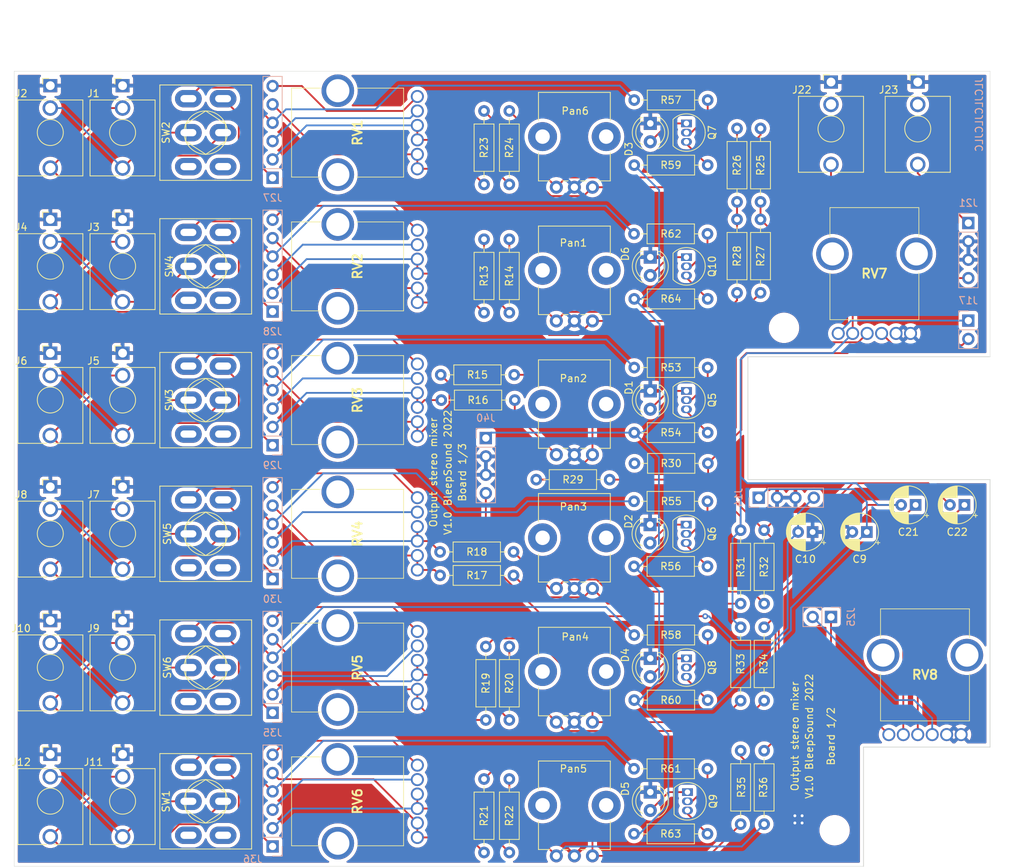
<source format=kicad_pcb>
(kicad_pcb (version 20211014) (generator pcbnew)
  (layers (0 "F.Cu" signal) (31 "B.Cu" signal) (34 "B.Paste" user) (35 "F.Paste" user) (36 "B.SilkS" user "B.Silkscreen") (37 "F.SilkS" user "F.Silkscreen") (38 "B.Mask" user) (39 "F.Mask" user) (44 "Edge.Cuts" user))
  (net 0 "")
  (net 1 "Net-(J1-PadT)")
  (net 2 "+12V")
  (net 3 "-12V")
  (net 4 "Right1_In")
  (net 5 "/AmpL")
  (net 6 "Right2_In")
  (net 7 "Right3_In")
  (net 8 "/AmpR")
  (net 9 "Right4_In")
  (net 10 "Right5_In")
  (net 11 "Right6_In")
  (net 12 "Left1_In")
  (net 13 "Left2_In")
  (net 14 "Left3_In")
  (net 15 "Left4_In")
  (net 16 "Left5_In")
  (net 17 "Left6_In")
  (net 18 "Net-(J1-PadTN)")
  (net 19 "Net-(J3-PadTN)")
  (net 20 "Net-(J5-PadTN)")
  (net 21 "L")
  (net 22 "R")
  (net 23 "Net-(J7-PadTN)")
  (net 24 "Net-(Pan1-Pad1)")
  (net 25 "Net-(Pan1-Pad3)")
  (net 26 "Net-(Pan2-Pad1)")
  (net 27 "Net-(Pan2-Pad3)")
  (net 28 "Net-(Pan3-Pad1)")
  (net 29 "Net-(Pan3-Pad3)")
  (net 30 "Net-(Pan4-Pad1)")
  (net 31 "Net-(Pan4-Pad3)")
  (net 32 "Net-(Pan5-Pad1)")
  (net 33 "Net-(Pan5-Pad3)")
  (net 34 "Net-(Pan6-Pad1)")
  (net 35 "Net-(Pan6-Pad3)")
  (net 36 "Net-(J10-PadTN)")
  (net 37 "Net-(J11-PadTN)")
  (net 38 "Left1_GOut")
  (net 39 "Right1_Out")
  (net 40 "Right1_GOut")
  (net 41 "Left2_GOut")
  (net 42 "Net-(D1-Pad2)")
  (net 43 "/OutL")
  (net 44 "Right2_Out")
  (net 45 "/OutR")
  (net 46 "Net-(D2-Pad2)")
  (net 47 "Net-(D3-Pad2)")
  (net 48 "Net-(D4-Pad2)")
  (net 49 "Right2_GOut")
  (net 50 "Left3_GOut")
  (net 51 "Right3_Out")
  (net 52 "Right3_GOut")
  (net 53 "Left4_GOut")
  (net 54 "Right4_Out")
  (net 55 "Net-(Q5-Pad2)")
  (net 56 "Net-(Q5-Pad3)")
  (net 57 "Net-(Q7-Pad2)")
  (net 58 "Net-(Q7-Pad3)")
  (net 59 "Net-(Q8-Pad2)")
  (net 60 "Net-(Q8-Pad3)")
  (net 61 "Net-(Q9-Pad2)")
  (net 62 "Net-(Q9-Pad3)")
  (net 63 "Net-(Q10-Pad2)")
  (net 64 "Net-(Q10-Pad3)")
  (net 65 "Right4_GOut")
  (net 66 "/Headphones Amp/HeadAmpL")
  (net 67 "/Headphones Amp/HeadAmpR")
  (net 68 "Net-(D5-Pad2)")
  (net 69 "Net-(D6-Pad2)")
  (net 70 "Net-(C21-Pad1)")
  (net 71 "Net-(C22-Pad1)")
  (net 72 "Left5_GOut")
  (net 73 "Left1_Out")
  (net 74 "Right5_Out")
  (net 75 "Left2_Out")
  (net 76 "Net-(J3-PadT)")
  (net 77 "Right5_GOut")
  (net 78 "Net-(J5-PadT)")
  (net 79 "Net-(J7-PadT)")
  (net 81 "Net-(J10-PadT)")
  (net 82 "Left3_Out")
  (net 83 "Left6_GOut")
  (net 86 "Left4_Out")
  (net 88 "Right6_Out")
  (net 90 "Left5_Out")
  (net 92 "Right6_GOut")
  (net 94 "Left6_Out")
  (net 96 "GND")
  (net 97 "Net-(Q6-Pad2)")
  (net 98 "Net-(Q6-Pad3)")
  (net 105 "Net-(J11-PadT)")
  (footprint "Synth:PTV1124420AA503" (layer "F.Cu") (at 72.775 98 90)
    (fp_text reference "RV4")
    (fp_text value "50k" hide)
  )
  (footprint "Resistor_THT:R_Axial_DIN0207_L6.3mm_D2.5mm_P10.16mm_Horizontal" (layer "F.Cu") (at 120.25 38.92 -90)
    (fp_text reference "R25")
    (fp_text value "47k")
  )
  (footprint "Resistor_THT:R_Axial_DIN0207_L6.3mm_D2.5mm_P10.16mm_Horizontal" (layer "F.Cu") (at 117 51.5 -90)
    (fp_text reference "R28")
    (fp_text value "47k")
  )
  (footprint "Synth:Thonkiconn" (layer "F.Cu") (at 32 107)
    (fp_text reference "J9")
    (fp_text value "In")
  )
  (footprint "Capacitor_THT:CP_Radial_D5.0mm_P2.00mm" (layer "F.Cu") (at 134.955113 94.75 180)
    (fp_text reference "C9")
    (fp_text value "10µ")
  )
  (footprint "Synth:SW_DPDT_Toggle" (layer "F.Cu") (at 43.5 76.5 90)
    (fp_text reference "SW3")
    (fp_text value "Mute")
  )
  (footprint "LED_THT:LED_D4.0mm" (layer "F.Cu") (at 105 56.725 -90)
    (fp_text reference "D6")
    (fp_text value "Signal")
  )
  (footprint "Resistor_THT:R_Axial_DIN0207_L6.3mm_D2.5mm_P10.16mm_Horizontal" (layer "F.Cu") (at 76.01 73)
    (fp_text reference "R15")
    (fp_text value "2k2")
  )
  (footprint "Resistor_THT:R_Axial_DIN0207_L6.3mm_D2.5mm_P10.16mm_Horizontal" (layer "F.Cu") (at 102.75 136.5)
    (fp_text reference "R63")
    (fp_text value "1k")
  )
  (footprint "Resistor_THT:R_Axial_DIN0207_L6.3mm_D2.5mm_P10.16mm_Horizontal" (layer "F.Cu") (at 102.78 62.5)
    (fp_text reference "R64")
    (fp_text value "1k")
  )
  (footprint "Synth:Pot-bourns-alpha" (layer "F.Cu") (at 97 102.55 90)
    (fp_text reference "Pan3")
    (fp_text value "50k")
  )
  (footprint "Synth:PTV1124420AA503" (layer "F.Cu") (at 133 67.275)
    (fp_text reference "RV7")
    (fp_text value "50k" hide)
  )
  (footprint "Capacitor_THT:CP_Radial_D5.0mm_P2.00mm" (layer "F.Cu") (at 127.455112 94.75 180)
    (fp_text reference "C10")
    (fp_text value "10µ")
  )
  (footprint "Synth:Pot-bourns-alpha" (layer "F.Cu") (at 97 84.05 90)
    (fp_text reference "Pan2")
    (fp_text value "50k")
  )
  (footprint "Resistor_THT:R_Axial_DIN0207_L6.3mm_D2.5mm_P10.16mm_Horizontal" (layer "F.Cu") (at 85.5 128.92 -90)
    (fp_text reference "R22")
    (fp_text value "2k2")
  )
  (footprint "MountingHole:MountingHole_3.2mm_M3" (layer "F.Cu") (at 130.5 136)
    (fp_text reference "H5" hide)
    (fp_text value "SpacerHoles")
  )
  (footprint "Resistor_THT:R_Axial_DIN0207_L6.3mm_D2.5mm_P10.16mm_Horizontal" (layer "F.Cu") (at 82 64.41 90)
    (fp_text reference "R13")
    (fp_text value "2k2")
  )
  (footprint "Synth:Thonkiconn" (layer "F.Cu") (at 32 51.5)
    (fp_text reference "J3")
    (fp_text value "In")
  )
  (footprint "Resistor_THT:R_Axial_DIN0207_L6.3mm_D2.5mm_P10.16mm_Horizontal" (layer "F.Cu") (at 102.75 127.5)
    (fp_text reference "R61")
    (fp_text value "100k")
  )
  (footprint "Synth:Thonkiconn" (layer "F.Cu") (at 22 107)
    (fp_text reference "J10")
    (fp_text value "In")
  )
  (footprint "Synth:Thonkiconn" (layer "F.Cu") (at 22 33)
    (fp_text reference "J2")
    (fp_text value "In")
  )
  (footprint "Synth:SW_DPDT_Toggle" (layer "F.Cu") (at 43.5 113.5 90)
    (fp_text reference "SW6")
    (fp_text value "Mute")
  )
  (footprint "Synth:Thonkiconn" (layer "F.Cu") (at 32 125.5)
    (fp_text reference "J11")
    (fp_text value "In")
  )
  (footprint "Resistor_THT:R_Axial_DIN0207_L6.3mm_D2.5mm_P10.16mm_Horizontal" (layer "F.Cu") (at 120.75 125 -90)
    (fp_text reference "R36")
    (fp_text value "47k")
  )
  (footprint "Package_TO_SOT_THT:TO-92_Inline" (layer "F.Cu") (at 110 38.225 -90)
    (fp_text reference "Q7")
    (fp_text value "2N3904")
  )
  (footprint "Package_TO_SOT_THT:TO-92_Inline" (layer "F.Cu") (at 109.97 93.73 -90)
    (fp_text reference "Q6")
    (fp_text value "2N3904")
  )
  (footprint "Resistor_THT:R_Axial_DIN0207_L6.3mm_D2.5mm_P10.16mm_Horizontal" (layer "F.Cu") (at 102.78 43.995)
    (fp_text reference "R59")
    (fp_text value "1k")
  )
  (footprint "Synth:Thonkiconn" (layer "F.Cu") (at 22 70)
    (fp_text reference "J6")
    (fp_text value "In")
  )
  (footprint "Resistor_THT:R_Axial_DIN0207_L6.3mm_D2.5mm_P10.16mm_Horizontal" (layer "F.Cu") (at 120.25 61.66 90)
    (fp_text reference "R27")
    (fp_text value "47k")
  )
  (footprint "LED_THT:LED_D4.0mm" (layer "F.Cu") (at 105 130.725 -90)
    (fp_text reference "D5")
    (fp_text value "Signal")
  )
  (footprint "Resistor_THT:R_Axial_DIN0207_L6.3mm_D2.5mm_P10.16mm_Horizontal" (layer "F.Cu") (at 102.78 118)
    (fp_text reference "R60")
    (fp_text value "1k")
  )
  (footprint "Synth:SW_DPDT_Toggle" (layer "F.Cu") (at 43.5 39.5 90)
    (fp_text reference "SW2")
    (fp_text value "Mute")
  )
  (footprint "Resistor_THT:R_Axial_DIN0207_L6.3mm_D2.5mm_P10.16mm_Horizontal" (layer "F.Cu") (at 102.78 109)
    (fp_text reference "R58")
    (fp_text value "100k")
  )
  (footprint "LED_THT:LED_D4.0mm" (layer "F.Cu") (at 105 112.225 -90)
    (fp_text reference "D4")
    (fp_text value "Signal")
  )
  (footprint "Resistor_THT:R_Axial_DIN0207_L6.3mm_D2.5mm_P10.16mm_Horizontal" (layer "F.Cu") (at 117 49.08 90)
    (fp_text reference "R26")
    (fp_text value "47k")
  )
  (footprint "Resistor_THT:R_Axial_DIN0207_L6.3mm_D2.5mm_P10.16mm_Horizontal" (layer "F.Cu") (at 102.78 81)
    (fp_text reference "R54")
    (fp_text value "1k")
  )
  (footprint "Synth:Thonkiconn" (layer "F.Cu") (at 22 51.5)
    (fp_text reference "J4")
    (fp_text value "In")
  )
  (footprint "Capacitor_THT:CP_Radial_D5.0mm_P2.00mm" (layer "F.Cu") (at 148.455113 91 180)
    (fp_text reference "C22")
    (fp_text value "1µF")
  )
  (footprint "Synth:Thonkiconn" (layer "F.Cu") (at 22 88.5)
    (fp_text reference "J8")
    (fp_text value "In")
  )
  (footprint "Resistor_THT:R_Axial_DIN0207_L6.3mm_D2.5mm_P10.16mm_Horizontal" (layer "F.Cu") (at 102.75 53.5)
    (fp_text reference "R62")
    (fp_text value "100k")
  )
  (footprint "Synth:Thonkiconn" (layer "F.Cu") (at 142 32.5)
    (fp_text reference "J23")
    (fp_text value "OutR")
  )
  (footprint "Synth:PTV1124420AA503" (layer "F.Cu") (at 140 122.775)
    (fp_text reference "RV8")
    (fp_text value "50k" hide)
  )
  (footprint "Synth:PTV1124420AA503" (layer "F.Cu") (at 72.775 135 90)
    (fp_text reference "RV6")
    (fp_text value "50k" hide)
  )
  (footprint "Resistor_THT:R_Axial_DIN0207_L6.3mm_D2.5mm_P10.16mm_Horizontal" (layer "F.Cu") (at 102.78 72)
    (fp_text reference "R53")
    (fp_text value "100k")
  )
  (footprint "Resistor_THT:R_Axial_DIN0207_L6.3mm_D2.5mm_P10.16mm_Horizontal" (layer "F.Cu") (at 112.97 85.25 180)
    (fp_text reference "R30")
    (fp_text value "47k")
  )
  (footprint "Synth:Thonkiconn" (layer "F.Cu") (at 32 70)
    (fp_text reference "J5")
    (fp_text value "In")
  )
  (footprint "Resistor_THT:R_Axial_DIN0207_L6.3mm_D2.5mm_P10.16mm_Horizontal" (layer "F.Cu") (at 89.22 87.5)
    (fp_text reference "R29")
    (fp_text value "47k")
  )
  (footprint "Synth:PTV1124420AA503" (layer "F.Cu") (at 72.775 61 90)
    (fp_text reference "RV2")
    (fp_text value "50k" hide)
  )
  (footprint "Synth:Thonkiconn" (layer "F.Cu") (at 32 33)
    (fp_text reference "J1")
    (fp_text value "In")
  )
  (footprint "Resistor_THT:R_Axial_DIN0207_L6.3mm_D2.5mm_P10.16mm_Horizontal" (layer "F.Cu") (at 120.75 94.5 -90)
    (fp_text reference "R32")
    (fp_text value "47k")
  )
  (footprint "Resistor_THT:R_Axial_DIN0207_L6.3mm_D2.5mm_P10.16mm_Horizontal" (layer "F.Cu") (at 85.5 110.59 -90)
    (fp_text reference "R20")
    (fp_text value "2k2")
  )
  (footprint "Synth:Pot-bourns-alpha" (layer "F.Cu") (at 97 121.05 90)
    (fp_text reference "Pan4")
    (fp_text value "50k")
  )
  (footprint "Resistor_THT:R_Axial_DIN0207_L6.3mm_D2.5mm_P10.16mm_Horizontal" (layer "F.Cu") (at 120.75 107.92 -90)
    (fp_text reference "R34")
    (fp_text value "47k")
  )
  (footprint "Synth:PTV1124420AA503" (layer "F.Cu") (at 72.775 42.5 90)
    (fp_text reference "RV1")
    (fp_text value "50k" hide)
  )
  (footprint "Synth:PTV1124420AA503" (layer "F.Cu") (at 72.775 79.5 90)
    (fp_text reference "RV3")
    (fp_text value "50k" hide)
  )
  (footprint "Resistor_THT:R_Axial_DIN0207_L6.3mm_D2.5mm_P10.16mm_Horizontal" (layer "F.Cu") (at 82.25 120.75 90)
    (fp_text reference "R19")
    (fp_text value "2k2")
  )
  (footprint "Capacitor_THT:CP_Radial_D5.0mm_P2.00mm" (layer "F.Cu") (at 141.705113 91 180)
    (fp_text reference "C21")
    (fp_text value "1µF")
  )
  (footprint "Resistor_THT:R_Axial_DIN0207_L6.3mm_D2.5mm_P10.16mm_Horizontal" (layer "F.Cu") (at 117.5 118.08 90)
    (fp_text reference "R33")
    (fp_text value "47k")
  )
  (footprint "Resistor_THT:R_Axial_DIN0207_L6.3mm_D2.5mm_P10.16mm_Horizontal" (layer "F.Cu") (at 82 139.08 90)
    (fp_text reference "R21")
    (fp_text value "2k2")
  )
  (footprint "Synth:Thonkiconn" (layer "F.Cu") (at 32 88.5)
    (fp_text reference "J7")
    (fp_text value "In")
  )
  (footprint "Synth:Pot-bourns-alpha" (layer "F.Cu") (at 97 65.55 90)
    (fp_text reference "Pan1")
    (fp_text value "50k")
  )
  (footprint "Resistor_THT:R_Axial_DIN0207_L6.3mm_D2.5mm_P10.16mm_Horizontal" (layer "F.Cu") (at 86.08 97.5 180)
    (fp_text reference "R18")
    (fp_text value "2k2")
  )
  (footprint "Resistor_THT:R_Axial_DIN0207_L6.3mm_D2.5mm_P10.16mm_Horizontal" (layer "F.Cu") (at 86.25 76.5 180)
    (fp_text reference "R16")
    (fp_text value "2k2")
  )
  (footprint "MountingHole:MountingHole_3.2mm_M3" (layer "F.Cu") (at 123.5 66.5)
    (fp_text reference "H7" hide)
    (fp_text value "SpacerHoles")
  )
  (footprint "Package_TO_SOT_THT:TO-92_Inline" (layer "F.Cu") (at 110.14 130.73 -90)
    (fp_text reference "Q9")
    (fp_text value "2N3904")
  )
  (footprint "Resistor_THT:R_Axial_DIN0207_L6.3mm_D2.5mm_P10.16mm_Horizontal" (layer "F.Cu") (at 82 46.66 90)
    (fp_text reference "R23")
    (fp_text value "2k2")
  )
  (footprint "LED_THT:LED_D4.0mm" (layer "F.Cu") (at 105 75.225 -90)
    (fp_text reference "D1")
    (fp_text value "Signal")
  )
  (footprint "Synth:Thonkiconn" (layer "F.Cu") (at 22 125.5)
    (fp_text reference "J12")
    (fp_text value "In")
  )
  (footprint "Synth:SW_DPDT_Toggle" (layer "F.Cu") (at 43.5 95 90)
    (fp_text reference "SW5")
    (fp_text value "Mute")
  )
  (footprint "LED_THT:LED_D4.0mm" (layer "F.Cu") (at 105 38.225 -90)
    (fp_text reference "D3")
    (fp_text value "Signal")
  )
  (footprint "Synth:SW_DPDT_Toggle" (layer "F.Cu") (at 43.5 58 90)
    (fp_text reference "SW4")
    (fp_text value "Mute")
  )
  (footprint "Resistor_THT:R_Axial_DIN0207_L6.3mm_D2.5mm_P10.16mm_Horizontal" (layer "F.Cu") (at 102.75 99.5)
    (fp_text reference "R56")
    (fp_text value "1k")
  )
  (footprint "Synth:SW_DPDT_Toggle" (layer "F.Cu") (at 43.5 132 90)
    (fp_text reference "SW1")
    (fp_text value "Mute")
  )
  (footprint "Resistor_THT:R_Axial_DIN0207_L6.3mm_D2.5mm_P10.16mm_Horizontal" (layer "F.Cu") (at 85.5 54.25 -90)
    (fp_text reference "R14")
    (fp_text value "2k2")
  )
  (footprint "Resistor_THT:R_Axial_DIN0207_L6.3mm_D2.5mm_P10.16mm_Horizontal" (layer "F.Cu") (at 102.78 34.995)
    (fp_text reference "R57")
    (fp_text value "100k")
  )
  (footprint "Synth:PTV1124420AA503" (layer "F.Cu") (at 72.775 116.5 90)
    (fp_text reference "RV5")
    (fp_text value "50k" hide)
  )
  (footprint "Resistor_THT:R_Axial_DIN0207_L6.3mm_D2.5mm_P10.16mm_Horizontal" (layer "F.Cu") (at 117.5 104.66 90)
    (fp_text reference "R31")
    (fp_text value "47k")
  )
  (footprint "Package_TO_SOT_THT:TO-92_Inline" (layer "F.Cu") (at 110 75.23 -90)
    (fp_text reference "Q5")
    (fp_text value "2N3904")
  )
  (footprint "Synth:Pot-bourns-alpha" (layer "F.Cu") (at 97 47.05 90)
    (fp_text reference "Pan6")
    (fp_text value "50k")
  )
  (footprint "Resistor_THT:R_Axial_DIN0207_L6.3mm_D2.5mm_P10.16mm_Horizontal" (layer "F.Cu") (at 85.5 36.5 -90)
    (fp_text reference "R24")
    (fp_text value "2k2")
  )
  (footprint "Synth:Thonkiconn" (layer "F.Cu") (at 130 32.5)
    (fp_text reference "J22")
    (fp_text value "OutL")
  )
  (footprint "Synth:Pot-bourns-alpha" (layer "F.Cu") (at 97 139.55 90)
    (fp_text reference "Pan5")
    (fp_text value "50k")
  )
  (footprint "Resistor_THT:R_Axial_DIN0207_L6.3mm_D2.5mm_P10.16mm_Horizontal" (layer "F.Cu") (at 75.92 100.75)
    (fp_text reference "R17")
    (fp_text value "2k2")
  )
  (footprint "Resistor_THT:R_Axial_DIN0207_L6.3mm_D2.5mm_P10.16mm_Horizontal" (layer "F.Cu") (at 117.5 135.16 90)
    (fp_text reference "R35")
    (fp_text value "47k")
  )
  (footprint "Resistor_THT:R_Axial_DIN0207_L6.3mm_D2.5mm_P10.16mm_Horizontal" (layer "F.Cu") (at 102.75 90.5)
    (fp_text reference "R55")
    (fp_text value "100k")
  )
  (footprint "Package_TO_SOT_THT:TO-92_Inline" (layer "F.Cu") (at 110 56.73 -90)
    (fp_text reference "Q10")
    (fp_text value "2N3904")
  )
  (footprint "Package_TO_SOT_THT:TO-92_Inline" (layer "F.Cu") (at 110 112.23 -90)
    (fp_text reference "Q8")
    (fp_text value "2N3904")
  )
  (footprint "LED_THT:LED_D4.0mm" (layer "F.Cu") (at 104.97 93.725 -90)
    (fp_text reference "D2")
    (fp_text value "Signal")
  )
  (footprint "Connector_PinSocket_2.54mm:PinSocket_1x02_P2.54mm_Vertical" (layer "B.Cu") (at 149 65.5 180)
    (fp_text reference "J17")
    (fp_text value "Conn_01x02_Female")
  )
  (footprint "Connector_PinSocket_2.54mm:PinSocket_1x06_P2.54mm_Vertical" (layer "B.Cu") (at 52.75 119.75)
    (fp_text reference "J35")
    (fp_text value "Conn_01x06_Female")
  )
  (footprint "Connector_PinSocket_2.54mm:PinSocket_1x06_P2.54mm_Vertical" (layer "B.Cu") (at 52.75 138.25)
    (fp_text reference "J36")
    (fp_text value "Conn_01x06_Female")
  )
  (footprint "Connector_PinSocket_2.54mm:PinSocket_1x04_P2.54mm_Vertical" (layer "B.Cu") (at 149 52 180)
    (fp_text reference "J21")
    (fp_text value "Jack 3.5 Out")
  )
  (footprint "Connector_PinSocket_2.54mm:PinSocket_1x04_P2.54mm_Vertical" (layer "B.Cu") (at 120 90 -90)
    (fp_text reference "J14")
    (fp_text value "Conn_01x04_Female")
  )
  (footprint "Connector_PinSocket_2.54mm:PinSocket_1x06_P2.54mm_Vertical" (layer "B.Cu") (at 52.75 45.75)
    (fp_text reference "J27")
    (fp_text value "Conn_01x06_Female")
  )
  (footprint "Connector_PinSocket_2.54mm:PinSocket_1x06_P2.54mm_Vertical" (layer "B.Cu") (at 52.75 64.25)
    (fp_text reference "J28")
    (fp_text value "Conn_01x06_Female")
  )
  (footprint "Connector_PinSocket_2.54mm:PinSocket_1x04_P2.54mm_Vertical" (layer "B.Cu") (at 82.25 81.75 180)
    (fp_text reference "J40")
    (fp_text value "Conn_01x04_Female")
  )
  (footprint "Connector_PinSocket_2.54mm:PinSocket_1x06_P2.54mm_Vertical" (layer "B.Cu") (at 52.75 101.25)
    (fp_text reference "J30")
    (fp_text value "Conn_01x06_Female")
  )
  (footprint "Connector_PinSocket_2.54mm:PinSocket_1x02_P2.54mm_Vertical" (layer "B.Cu") (at 130 106.5 90)
    (fp_text reference "J25")
    (fp_text value "Conn_01x02_Female")
  )
  (footprint "Connector_PinSocket_2.54mm:PinSocket_1x06_P2.54mm_Vertical" (layer "B.Cu") (at 52.75 82.75)
    (fp_text reference "J29")
    (fp_text value "Conn_01x06_Female")
  )
  (gr_line (start 152 31) (end 152 70.5) (layer "Edge.Cuts") (width 0.05))
  (gr_line (start 17 31) (end 17 141) (layer "Edge.Cuts") (width 0.05))
  (gr_line (start 17 31) (end 152 31) (layer "Edge.Cuts") (width 0.05))
  (gr_line (start 118.5 87.5) (end 118.5 70.5) (layer "Edge.Cuts") (width 0.1))
  (gr_line (start 152 87.5) (end 118.5 87.5) (layer "Edge.Cuts") (width 0.1))
  (gr_line (start 152 87.5) (end 152 124.5) (layer "Edge.Cuts") (width 0.1))
  (gr_line (start 118.5 70.5) (end 152 70.5) (layer "Edge.Cuts") (width 0.1))
  (gr_line (start 17 141) (end 134.5 141) (layer "Edge.Cuts") (width 0.05))
  (gr_line (start 152 124.5) (end 134.5 124.5) (layer "Edge.Cuts") (width 0.1))
  (gr_line (start 134.5 124.5) (end 134.5 141) (layer "Edge.Cuts") (width 0.1))
  (gr_text "JLCJLCJLCJLC\n" (at 150.5 37 90) (layer "B.SilkS") (effects (font (size 1 1)) (justify mirror)))
  (gr_text "Board 1/2" (at 130 123 90) (layer "F.SilkS") (effects (font (size 1 1))))
  (gr_text "V1.0 BleepSound 2022\n" (at 77 86.5 90) (layer "F.SilkS") (effects (font (size 1 1))))
  (gr_text "Output stereo mixer" (at 125 123 90) (layer "F.SilkS") (effects (font (size 1 1))))
  (gr_text "Board 1/3" (at 79 86.5 90) (layer "F.SilkS") (effects (font (size 1 1))))
  (gr_text "Output stereo mixer" (at 75 86.5 90) (layer "F.SilkS") (effects (font (size 1 1))))
  (gr_text "V1.0 BleepSound 2022\n" (at 127 123 90) (layer "F.SilkS") (effects (font (size 1 1))))
  (segment (start 41.1 39.5) (end 36.9 39.5) (width 0.25) (layer "F.Cu") (net 1))
  (segment (start 36.9 39.5) (end 32 44.4) (width 0.25) (layer "F.Cu") (net 1))
  (segment (start 22 36.1) (end 23.7 36.1) (width 0.25) (layer "B.Cu") (net 1))
  (segment (start 23.7 36.1) (end 32 44.4) (width 0.25) (layer "B.Cu") (net 1))
  (segment (start 103.8 62.5) (end 102.78 62.5) (width 0.25) (layer "B.Cu") (net 2))
  (segment (start 102.78 81) (end 103.91137 81) (width 0.25) (layer "B.Cu") (net 2))
  (segment (start 102.78 118) (end 107.5 122.72) (width 0.25) (layer "B.Cu") (net 2))
  (segment (start 102.75 99.5) (end 106.224511 102.974511) (width 0.25) (layer "B.Cu") (net 2))
  (segment (start 107.5 122.72) (end 107.5 132.5) (width 0.25) (layer "B.Cu") (net 2))
  (segment (start 106.3 66.02) (end 102.78 62.5) (width 0.25) (layer "B.Cu") (net 2))
  (segment (start 102.78 81) (end 106.194511 84.414511) (width 0.25) (layer "B.Cu") (net 2))
  (segment (start 106.224511 47.439511) (end 106.224511 60.075489) (width 0.25) (layer "B.Cu") (net 2))
  (segment (start 103.496721 118) (end 102.78 118) (width 0.25) (layer "B.Cu") (net 2))
  (segment (start 102.78 81) (end 83 81) (width 0.25) (layer "B.Cu") (net 2))
  (segment (start 134.955113 90.594103) (end 133.186499 88.825489) (width 0.25) (layer "B.Cu") (net 2))
  (segment (start 103.91137 81) (end 106.3 78.61137) (width 0.25) (layer "B.Cu") (net 2))
  (segment (start 113.54 119.26) (end 104.04 119.26) (width 0.25) (layer "B.Cu") (net 2))
  (segment (start 106.3 78.61137) (end 106.3 66.02) (width 0.25) (layer "B.Cu") (net 2))
  (segment (start 106.224511 60.075489) (end 103.8 62.5) (width 0.25) (layer "B.Cu") (net 2))
  (segment (start 124.44952 108.35048) (end 113.54 119.26) (width 0.25) (layer "B.Cu") (net 2))
  (segment (start 106.194511 84.414511) (end 106.194511 96.805489) (width 0.25) (layer "B.Cu") (net 2))
  (segment (start 121.174511 88.825489) (end 120 90) (width 0.25) (layer "B.Cu") (net 2))
  (segment (start 106.224511 115.27221) (end 103.496721 118) (width 0.25) (layer "B.Cu") (net 2))
  (segment (start 107.5 132.5) (end 103.5 136.5) (width 0.25) (layer "B.Cu") (net 2))
  (segment (start 134.955113 94.75) (end 124.44952 105.255593) (width 0.25) (layer "B.Cu") (net 2))
  (segment (start 106.194511 96.805489) (end 103.5 99.5) (width 0.25) (layer "B.Cu") (net 2))
  (segment (start 106.224511 102.974511) (end 106.224511 115.27221) (width 0.25) (layer "B.Cu") (net 2))
  (segment (start 134.955113 94.75) (end 134.955113 90.594103) (width 0.25) (layer "B.Cu") (net 2))
  (segment (start 124.44952 105.255593) (end 124.44952 108.35048) (width 0.25) (layer "B.Cu") (net 2))
  (segment (start 103.5 99.5) (end 102.75 99.5) (width 0.25) (layer "B.Cu") (net 2))
  (segment (start 133.186499 88.825489) (end 121.174511 88.825489) (width 0.25) (layer "B.Cu") (net 2))
  (segment (start 83 81) (end 82.25 81.75) (width 0.25) (layer "B.Cu") (net 2))
  (segment (start 102.78 43.995) (end 106.224511 47.439511) (width 0.25) (layer "B.Cu") (net 2))
  (segment (start 103.5 136.5) (end 102.75 136.5) (width 0.25) (layer "B.Cu") (net 2))
  (segment (start 90.1397 106.4) (end 112.1 106.4) (width 0.25) (layer "F.Cu") (net 3))
  (segment (start 112.1 106.4) (end 112.6 106.4) (width 0.25) (layer "F.Cu") (net 3))
  (segment (start 82.25 89.37) (end 82.25 98.5103) (width 0.25) (layer "F.Cu") (net 3))
  (segment (start 82.25 98.5103) (end 90.1397 106.4) (width 0.25) (layer "F.Cu") (net 3))
  (via (at 112.6 106.4) (size 0.8) (drill 0.4) (layers "F.Cu" "B.Cu") (net 3))
  (segment (start 124 108.0303) (end 121.6303 110.4) (width 0.25) (layer "B.Cu") (net 3))
  (segment (start 121.6303 110.4) (end 117.1 110.4) (width 0.25) (layer "B.Cu") (net 3))
  (segment (start 125.455112 92.164888) (end 125.455112 94.75) (width 0.25) (layer "B.Cu") (net 3))
  (segment (start 127.62 90) (end 125.455112 92.164888) (width 0.25) (layer "B.Cu") (net 3))
  (segment (start 117.1 110.4) (end 113.1 106.4) (width 0.25) (layer "B.Cu") (net 3))
  (segment (start 125.455112 94.75) (end 124 96.205112) (width 0.25) (layer "B.Cu") (net 3))
  (segment (start 124 96.205112) (end 124 108.0303) (width 0.25) (layer "B.Cu") (net 3))
  (segment (start 113.1 106.4) (end 112.6 106.4) (width 0.25) (layer "B.Cu") (net 3))
  (segment (start 42.62452 33.27548) (end 47.89548 33.27548) (width 0.25) (layer "F.Cu") (net 4))
  (segment (start 41.1 34.8) (end 42.62452 33.27548) (width 0.25) (layer "F.Cu") (net 4))
  (segment (start 47.89548 33.27548) (end 52.75 38.13) (width 0.25) (layer "F.Cu") (net 4))
  (segment (start 54.605489 36.274511) (end 66.975489 36.274511) (width 0.25) (layer "B.Cu") (net 4))
  (segment (start 100.785 33) (end 102.78 34.995) (width 0.25) (layer "B.Cu") (net 4))
  (segment (start 52.75 38.13) (end 54.605489 36.274511) (width 0.25) (layer "B.Cu") (net 4))
  (segment (start 70.25 33) (end 100.785 33) (width 0.25) (layer "B.Cu") (net 4))
  (segment (start 66.975489 36.274511) (end 70.25 33) (width 0.25) (layer "B.Cu") (net 4))
  (segment (start 131 67.275) (end 132.775 65.5) (width 0.25) (layer "B.Cu") (net 5))
  (segment (start 132.775 65.5) (end 149 65.5) (width 0.25) (layer "B.Cu") (net 5))
  (segment (start 42.62452 51.77548) (end 47.89548 51.77548) (width 0.25) (layer "F.Cu") (net 6))
  (segment (start 41.1 53.3) (end 42.62452 51.77548) (width 0.25) (layer "F.Cu") (net 6))
  (segment (start 47.89548 51.77548) (end 52.75 56.63) (width 0.25) (layer "F.Cu") (net 6))
  (segment (start 98.875489 49.625489) (end 102.75 53.5) (width 0.25) (layer "B.Cu") (net 6))
  (segment (start 59.754511 49.625489) (end 98.875489 49.625489) (width 0.25) (layer "B.Cu") (net 6))
  (segment (start 52.75 56.63) (end 59.754511 49.625489) (width 0.25) (layer "B.Cu") (net 6))
  (segment (start 47.89548 70.27548) (end 52.75 75.13) (width 0.25) (layer "F.Cu") (net 7))
  (segment (start 41.1 71.8) (end 42.62452 70.27548) (width 0.25) (layer "F.Cu") (net 7))
  (segment (start 42.62452 70.27548) (end 47.89548 70.27548) (width 0.25) (layer "F.Cu") (net 7))
  (segment (start 102.78 72) (end 98.905489 68.125489) (width 0.25) (layer "B.Cu") (net 7))
  (segment (start 59.754511 68.125489) (end 52.75 75.13) (width 0.25) (layer "B.Cu") (net 7))
  (segment (start 98.905489 68.125489) (end 59.754511 68.125489) (width 0.25) (layer "B.Cu") (net 7))
  (segment (start 138.615 68.89) (end 137 67.275) (width 0.25) (layer "F.Cu") (net 8))
  (segment (start 149 68.04) (end 148.15 68.89) (width 0.25) (layer "F.Cu") (net 8))
  (segment (start 148.15 68.89) (end 138.615 68.89) (width 0.25) (layer "F.Cu") (net 8))
  (segment (start 47.89548 88.77548) (end 52.75 93.63) (width 0.25) (layer "F.Cu") (net 9))
  (segment (start 41.1 90.3) (end 42.62452 88.77548) (width 0.25) (layer "F.Cu") (net 9))
  (segment (start 42.62452 88.77548) (end 47.89548 88.77548) (width 0.25) (layer "F.Cu") (net 9))
  (segment (start 72.625489 86.625489) (end 59.754511 86.625489) (width 0.25) (layer "B.Cu") (net 9))
  (segment (start 88 90.5) (end 86.5 92) (width 0.25) (layer "B.Cu") (net 9))
  (segment (start 102.75 90.5) (end 88 90.5) (width 0.25) (layer "B.Cu") (net 9))
  (segment (start 86.5 92) (end 78 92) (width 0.25) (layer "B.Cu") (net 9))
  (segment (start 78 92) (end 72.625489 86.625489) (width 0.25) (layer "B.Cu") (net 9))
  (segment (start 59.754511 86.625489) (end 52.75 93.63) (width 0.25) (layer "B.Cu") (net 9))
  (segment (start 41.1 108.8) (end 42.62452 107.27548) (width 0.25) (layer "F.Cu") (net 10))
  (segment (start 42.62452 107.27548) (end 47.89548 107.27548) (width 0.25) (layer "F.Cu") (net 10))
  (segment (start 47.89548 107.27548) (end 52.75 112.13) (width 0.25) (layer "F.Cu") (net 10))
  (segment (start 98.905489 105.125489) (end 59.754511 105.125489) (width 0.25) (layer "B.Cu") (net 10))
  (segment (start 102.78 109) (end 98.905489 105.125489) (width 0.25) (layer "B.Cu") (net 10))
  (segment (start 59.754511 105.125489) (end 52.75 112.13) (width 0.25) (layer "B.Cu") (net 10))
  (segment (start 42.62452 125.77548) (end 47.89548 125.77548) (width 0.25) (layer "F.Cu") (net 11))
  (segment (start 41.1 127.3) (end 42.62452 125.77548) (width 0.25) (layer "F.Cu") (net 11))
  (segment (start 47.89548 125.77548) (end 52.75 130.63) (width 0.25) (layer "F.Cu") (net 11))
  (segment (start 102.75 127.5) (end 98.875489 123.625489) (width 0.25) (layer "B.Cu") (net 11))
  (segment (start 59.754511 123.625489) (end 52.75 130.63) (width 0.25) (layer "B.Cu") (net 11))
  (segment (start 98.875489 123.625489) (end 59.754511 123.625489) (width 0.25) (layer "B.Cu") (net 11))
  (segment (start 48.07452 41.07452) (end 52.75 45.75) (width 0.25) (layer "F.Cu") (net 12))
  (segment (start 45.9 34.8) (end 48.07452 36.97452) (width 0.25) (layer "F.Cu") (net 12))
  (segment (start 48.07452 36.97452) (end 48.07452 41.07452) (width 0.25) (layer "F.Cu") (net 12))
  (segment (start 48.07452 59.57452) (end 52.75 64.25) (width 0.25) (layer "F.Cu") (net 13))
  (segment (start 48.07452 55.47452) (end 48.07452 59.57452) (width 0.25) (layer "F.Cu") (net 13))
  (segment (start 45.9 53.3) (end 48.07452 55.47452) (width 0.25) (layer "F.Cu") (net 13))
  (segment (start 48.07452 73.97452) (end 48.07452 78.07452) (width 0.25) (layer "F.Cu") (net 14))
  (segment (start 45.9 71.8) (end 48.07452 73.97452) (width 0.25) (layer "F.Cu") (net 14))
  (segment (start 48.07452 78.07452) (end 52.75 82.75) (width 0.25) (layer "F.Cu") (net 14))
  (segment (start 45.9 90.3) (end 48.07452 92.47452) (width 0.25) (layer "F.Cu") (net 15))
  (segment (start 48.07452 92.47452) (end 48.07452 95.87452) (width 0.25) (layer "F.Cu") (net 15))
  (segment (start 52.75 100.55) (end 52.75 101.25) (width 0.25) (layer "F.Cu") (net 15))
  (segment (start 48.07452 95.87452) (end 52.75 100.55) (width 0.25) (layer "F.Cu") (net 15))
  (segment (start 52.65 119.75) (end 52.75 119.75) (width 0.25) (layer "F.Cu") (net 16))
  (segment (start 48.07452 115.17452) (end 52.65 119.75) (width 0.25) (layer "F.Cu") (net 16))
  (segment (start 48.07452 110.97452) (end 48.07452 115.17452) (width 0.25) (layer "F.Cu") (net 16))
  (segment (start 45.9 108.8) (end 48.07452 110.97452) (width 0.25) (layer "F.Cu") (net 16))
  (segment (start 45.9 127.3) (end 48.07452 129.47452) (width 0.25) (layer "F.Cu") (net 17))
  (segment (start 48.07452 129.47452) (end 48.07452 133.57452) (width 0.25) (layer "F.Cu") (net 17))
  (segment (start 48.07452 133.57452) (end 52.75 138.25) (width 0.25) (layer "F.Cu") (net 17))
  (segment (start 32 36.1) (end 30.3 36.1) (width 0.25) (layer "F.Cu") (net 18))
  (segment (start 24.1 46.5) (end 22 44.4) (width 0.25) (layer "F.Cu") (net 18))
  (segment (start 42.72452 42.67548) (end 39.07452 42.67548) (width 0.25) (layer "F.Cu") (net 18))
  (segment (start 30.3 36.1) (end 22 44.4) (width 0.25) (layer "F.Cu") (net 18))
  (segment (start 35.25 46.5) (end 24.1 46.5) (width 0.25) (layer "F.Cu") (net 18))
  (segment (start 45.9 39.5) (end 42.72452 42.67548) (width 0.25) (layer "F.Cu") (net 18))
  (segment (start 39.07452 42.67548) (end 35.25 46.5) (width 0.25) (layer "F.Cu") (net 18))
  (segment (start 45.9 58) (end 43.4 60.5) (width 0.25) (layer "F.Cu") (net 19))
  (segment (start 23.389511 64.289511) (end 22 62.9) (width 0.25) (layer "F.Cu") (net 19))
  (segment (start 30.3 54.6) (end 22 62.9) (width 0.25) (layer "F.Cu") (net 19))
  (segment (start 40.494004 60.5) (end 36.704493 64.289511) (width 0.25) (layer "F.Cu") (net 19))
  (segment (start 43.4 60.5) (end 40.494004 60.5) (width 0.25) (layer "F.Cu") (net 19))
  (segment (start 36.704493 64.289511) (end 23.389511 64.289511) (width 0.25) (layer "F.Cu") (net 19))
  (segment (start 32 54.6) (end 30.3 54.6) (width 0.25) (layer "F.Cu") (net 19))
  (segment (start 45.9 76.5) (end 42.72452 79.67548) (width 0.25) (layer "F.Cu") (net 20))
  (segment (start 42.72452 79.67548) (end 38.32452 79.67548) (width 0.25) (layer "F.Cu") (net 20))
  (segment (start 34.25 83.75) (end 24.35 83.75) (width 0.25) (layer "F.Cu") (net 20))
  (segment (start 38.32452 79.67548) (end 34.25 83.75) (width 0.25) (layer "F.Cu") (net 20))
  (segment (start 30.3 73.1) (end 22 81.4) (width 0.25) (layer "F.Cu") (net 20))
  (segment (start 32 73.1) (end 30.3 73.1) (width 0.25) (layer "F.Cu") (net 20))
  (segment (start 24.35 83.75) (end 22 81.4) (width 0.25) (layer "F.Cu") (net 20))
  (segment (start 112.4 87.5) (end 117.5 92.6) (width 0.25) (layer "F.Cu") (net 21))
  (segment (start 117.5 92.6) (end 117.5 94.5) (width 0.25) (layer "F.Cu") (net 21))
  (segment (start 133 67.275) (end 133 64.25) (width 0.25) (layer "F.Cu") (net 21))
  (segment (start 120.25 49.08) (end 120.25 51.5) (width 0.25) (layer "F.Cu") (net 21))
  (segment (start 117.5 125.75) (end 117.5 125) (width 0.25) (layer "F.Cu") (net 21))
  (segment (start 139.705113 91) (end 135.114813 91) (width 0.25) (layer "F.Cu") (net 21))
  (segment (start 99.38 87.5) (end 112.4 87.5) (width 0.25) (layer "F.Cu") (net 21))
  (segment (start 122.773551 103.341262) (end 122.773551 125.476449) (width 0.25) (layer "F.Cu") (net 21))
  (segment (start 121.5 126.75) (end 118.5 126.75) (width 0.25) (layer "F.Cu") (net 21))
  (segment (start 135.114813 91) (end 122.773551 103.341262) (width 0.25) (layer "F.Cu") (net 21))
  (segment (start 122.773551 125.476449) (end 121.5 126.75) (width 0.25) (layer "F.Cu") (net 21))
  (segment (start 133 64.25) (end 120.25 51.5) (width 0.25) (layer "F.Cu") (net 21))
  (segment (start 118.5 126.75) (end 117.5 125.75) (width 0.25) (layer "F.Cu") (net 21))
  (segment (start 139.705113 91) (end 136.5 91) (width 0.25) (layer "B.Cu") (net 21))
  (segment (start 130.275 70) (end 133 67.275) (width 0.25) (layer "B.Cu") (net 21))
  (segment (start 136.5 91) (end 133.5 88) (width 0.25) (layer "B.Cu") (net 21))
  (segment (start 116.375489 95.624511) (end 116.375489 106.795489) (width 0.25) (layer "B.Cu") (net 21))
  (segment (start 117.5 94.5) (end 117.5 87.1) (width 0.25) (layer "B.Cu") (net 21))
  (segment (start 117.5 94.5) (end 116.375489 95.624511) (width 0.25) (layer "B.Cu") (net 21))
  (segment (start 118.4 88) (end 117.5 87.1) (width 0.25) (layer "B.Cu") (net 21))
  (segment (start 117.5 70.9) (end 118.4 70) (width 0.25) (layer "B.Cu") (net 21))
  (segment (start 116.375489 106.795489) (end 117.5 107.92) (width 0.25) (layer "B.Cu") (net 21))
  (segment (start 117.5 87.1) (end 117.5 70.9) (width 0.25) (layer "B.Cu") (net 21))
  (segment (start 118.4 70) (end 130.275 70) (width 0.25) (layer "B.Cu") (net 21))
  (segment (start 133.5 88) (end 118.4 88) (width 0.25) (layer "B.Cu") (net 21))
  (segment (start 122.324031 123.425969) (end 120.75 125) (width 0.25) (layer "F.Cu") (net 22))
  (segment (start 113 85.28) (end 112.97 85.25) (width 0.25) (layer "F.Cu") (net 22))
  (segment (start 146.455113 91) (end 143.455113 88) (width 0.25) (layer "F.Cu") (net 22))
  (segment (start 120.75 107.92) (end 122.324031 106.345969) (width 0.25) (layer "F.Cu") (net 22))
  (segment (start 122.324031 96.074031) (end 122.324031 106.345969) (width 0.25) (layer "F.Cu") (net 22))
  (segment (start 113 86.75) (end 113 85.28) (width 0.25) (layer "F.Cu") (net 22))
  (segment (start 133.775489 68.499511) (end 129.999511 68.499511) (width 0.25) (layer "F.Cu") (net 22))
  (segment (start 117 55.5) (end 117 51.5) (width 0.25) (layer "F.Cu") (net 22))
  (segment (start 118.3 70) (end 117.6 70.7) (width 0.25) (layer "F.Cu") (net 22))
  (segment (start 117.6 80.62) (end 112.97 85.25) (width 0.25) (layer "F.Cu") (net 22))
  (segment (start 122.5 92.75) (end 120.75 94.5) (width 0.25) (layer "F.Cu") (net 22))
  (segment (start 120.75 94.5) (end 122.324031 96.074031) (width 0.25) (layer "F.Cu") (net 22))
  (segment (start 122.324031 106.345969) (end 122.324031 123.425969) (width 0.25) (layer "F.Cu") (net 22))
  (segment (start 143.455113 88) (end 133 88) (width 0.25) (layer "F.Cu") (net 22))
  (segment (start 133.775489 68.499511) (end 132.275 70) (width 0.25) (layer "F.Cu") (net 22))
  (segment (start 117 49.08) (end 117 51.5) (width 0.25) (layer "F.Cu") (net 22))
  (segment (start 128.25 92.75) (end 122.5 92.75) (width 0.25) (layer "F.Cu") (net 22))
  (segment (start 120.75 94.5) (end 113 86.75) (width 0.25) (layer "F.Cu") (net 22))
  (segment (start 132.275 70) (end 118.3 70) (width 0.25) (layer "F.Cu") (net 22))
  (segment (start 133 88) (end 128.25 92.75) (width 0.25) (layer "F.Cu") (net 22))
  (segment (start 129.999511 68.499511) (end 117 55.5) (width 0.25) (layer "F.Cu") (net 22))
  (segment (start 135 67.275) (end 133.775489 68.499511) (width 0.25) (layer "F.Cu") (net 22))
  (segment (start 117.6 70.7) (end 117.6 80.62) (width 0.25) (layer "F.Cu") (net 22))
  (segment (start 38.5 98) (end 34.25 102.25) (width 0.25) (layer "F.Cu") (net 23))
  (segment (start 45.9 95) (end 42.9 98) (width 0.25) (layer "F.Cu") (net 23))
  (segment (start 34.25 102.25) (end 24.35 102.25) (width 0.25) (layer "F.Cu") (net 23))
  (segment (start 30.3 91.6) (end 22 99.9) (width 0.25) (layer "F.Cu") (net 23))
  (segment (start 42.9 98) (end 38.5 98) (width 0.25) (layer "F.Cu") (net 23))
  (segment (start 32 91.6) (end 30.3 91.6) (width 0.25) (layer "F.Cu") (net 23))
  (segment (start 24.35 102.25) (end 22 99.9) (width 0.25) (layer "F.Cu") (net 23))
  (segment (start 82 54.25) (end 82 58.5) (width 0.25) (layer "F.Cu") (net 24))
  (segment (start 116.36 65.55) (end 120.25 61.66) (width 0.25) (layer "F.Cu") (net 24))
  (segment (start 91 67.5) (end 95.05 67.5) (width 0.25) (layer "F.Cu") (net 24))
  (segment (start 97 65.55) (end 116.36 65.55) (width 0.25) (layer "F.Cu") (net 24))
  (segment (start 82 58.5) (end 91 67.5) (width 0.25) (layer "F.Cu") (net 24))
  (segment (start 95.05 67.5) (end 97 65.55) (width 0.25) (layer "F.Cu") (net 24))
  (segment (start 85.5 59.05) (end 85.5 54.25) (width 0.25) (layer "F.Cu") (net 25))
  (segment (start 115.4 64.3) (end 93.25 64.3) (width 0.25) (layer "F.Cu") (net 25))
  (segment (start 92 65.55) (end 85.5 59.05) (width 0.25) (layer "F.Cu") (net 25))
  (segment (start 117 62.7) (end 115.4 64.3) (width 0.25) (layer "F.Cu") (net 25))
  (segment (start 93.25 64.3) (end 92 65.55) (width 0.25) (layer "F.Cu") (net 25))
  (segment (start 117 61.66) (end 117 62.7) (width 0.25) (layer "F.Cu") (net 25))
  (segment (start 93.55 87.5) (end 89.22 87.5) (width 0.25) (layer "F.Cu") (net 26))
  (segment (start 97 79) (end 97 84.05) (width 0.25) (layer "F.Cu") (net 26))
  (segment (start 97 84.05) (end 93.55 87.5) (width 0.25) (layer "F.Cu") (net 26))
  (segment (start 91 73) (end 97 79) (width 0.25) (layer "F.Cu") (net 26))
  (segment (start 86.17 73) (end 91 73) (width 0.25) (layer "F.Cu") (net 26))
  (segment (start 86.25 78.3) (end 92 84.05) (width 0.25) (layer "F.Cu") (net 27))
  (segment (start 86.25 76.5) (end 86.25 78.3) (width 0.25) (layer "F.Cu") (net 27))
  (segment (start 86.08 100.75) (end 89.104511 103.774511) (width 0.25) (layer "F.Cu") (net 28))
  (segment (start 117.5 104.66) (end 99.11 104.66) (width 0.25) (layer "F.Cu") (net 28))
  (segment (start 89.104511 103.774511) (end 95.775489 103.774511) (width 0.25) (layer "F.Cu") (net 28))
  (segment (start 95.775489 103.774511) (end 97 102.55) (width 0.25) (layer "F.Cu") (net 28))
  (segment (start 99.11 104.66) (end 97 102.55) (width 0.25) (layer "F.Cu") (net 28))
  (segment (start 91.13 102.55) (end 92 102.55) (width 0.25) (layer "F.Cu") (net 29))
  (segment (start 97.575489 101.325489) (end 99.25 103) (width 0.25) (layer "F.Cu") (net 29))
  (segment (start 93.224511 101.325489) (end 97.575489 101.325489) (width 0.25) (layer "F.Cu") (net 29))
  (segment (start 92 102.55) (end 93.224511 101.325489) (width 0.25) (layer "F.Cu") (net 29))
  (segment (start 119.09 103) (end 120.75 104.66) (width 0.25) (layer "F.Cu") (net 29))
  (segment (start 86.08 97.5) (end 91.13 102.55) (width 0.25) (layer "F.Cu") (net 29))
  (segment (start 99.25 103) (end 119.09 103) (width 0.25) (layer "F.Cu") (net 29))
  (segment (start 89.065489 109.465489) (end 97 117.4) (width 0.25) (layer "F.Cu") (net 30))
  (segment (start 97 121.05) (end 114.53 121.05) (width 0.25) (layer "F.Cu") (net 30))
  (segment (start 97 117.4) (end 97 121.05) (width 0.25) (layer "F.Cu") (net 30))
  (segment (start 82.25 110.59) (end 83.374511 109.465489) (width 0.25) (layer "F.Cu") (net 30))
  (segment (start 114.53 121.05) (end 117.5 118.08) (width 0.25) (layer "F.Cu") (net 30))
  (segment (start 83.374511 109.465489) (end 89.065489 109.465489) (width 0.25) (layer "F.Cu") (net 30))
  (segment (start 116.555489 122.274511) (end 120.75 118.08) (width 0.25) (layer "F.Cu") (net 31))
  (segment (start 92 121.05) (end 85.5 114.55) (width 0.25) (layer "F.Cu") (net 31))
  (segment (start 92 121.05) (end 93.224511 122.274511) (width 0.25) (layer "F.Cu") (net 31))
  (segment (start 93.224511 122.274511) (end 116.555489 122.274511) (width 0.25) (layer "F.Cu") (net 31))
  (segment (start 85.5 114.55) (end 85.5 110.59) (width 0.25) (layer "F.Cu") (net 31))
  (segment (start 88.5 127.25) (end 97 135.75) (width 0.25) (layer "F.Cu") (net 32))
  (segment (start 117.5 135.16) (end 113.11 139.55) (width 0.25) (layer "F.Cu") (net 32))
  (segment (start 83.67 127.25) (end 88.5 127.25) (width 0.25) (layer "F.Cu") (net 32))
  (segment (start 113.11 139.55) (end 97 139.55) (width 0.25) (layer "F.Cu") (net 32))
  (segment (start 97 135.75) (end 97 139.55) (width 0.25) (layer "F.Cu") (net 32))
  (segment (start 82 128.92) (end 83.67 127.25) (width 0.25) (layer "F.Cu") (net 32))
  (segment (start 85.5 128.92) (end 85.5 133.05) (width 0.25) (layer "F.Cu") (net 33))
  (segment (start 85.5 133.05) (end 92 139.55) (width 0.25) (layer "F.Cu") (net 33))
  (segment (start 93.3 138.25) (end 117.66 138.25) (width 0.25) (layer "B.Cu") (net 33))
  (segment (start 117.66 138.25) (end 120.75 135.16) (width 0.25) (layer "B.Cu") (net 33))
  (segment (start 92 139.55) (end 93.3 138.25) (width 0.25) (layer "B.Cu") (net 33))
  (segment (start 120.25 38.92) (end 120.25 39.85) (width 0.25) (layer "F.Cu") (net 34))
  (segment (start 82 36.5) (end 85.5 40) (width 0.25) (layer "F.Cu") (net 34))
  (segment (start 95.775489 48.274511) (end 97 47.05) (width 0.25) (layer "F.Cu") (net 34))
  (segment (start 85.5 42.5) (end 91.274511 48.274511) (width 0.25) (layer "F.Cu") (net 34))
  (segment (start 85.5 40) (end 85.5 42.5) (width 0.25) (layer "F.Cu") (net 34))
  (segment (start 120.25 39.85) (end 113.05 47.05) (width 0.25) (layer "F.Cu") (net 34))
  (segment (start 91.274511 48.274511) (end 95.775489 48.274511) (width 0.25) (layer "F.Cu") (net 34))
  (segment (start 113.05 47.05) (end 97 47.05) (width 0.25) (layer "F.Cu") (net 34))
  (segment (start 117 38.92) (end 117 42.464282) (width 0.25) (layer "F.Cu") (net 35))
  (segment (start 113.764282 45.7) (end 93.35 45.7) (width 0.25) (layer "F.Cu") (net 35))
  (segment (start 87.074031 42.124031) (end 87.074031 38.074031) (width 0.25) (layer "F.Cu") (net 35))
  (segment (start 92 47.05) (end 87.074031 42.124031) (width 0.25) (layer "F.Cu") (net 35))
  (segment (start 93.35 45.7) (end 92 47.05) (width 0.25) (layer "F.Cu") (net 35))
  (segment (start 87.074031 38.074031) (end 85.5 36.5) (width 0.25) (layer "F.Cu") (net 35))
  (segment (start 117 42.464282) (end 113.764282 45.7) (width 0.25) (layer "F.Cu") (net 35))
  (segment (start 41.1 113.5) (end 36.9 113.5) (width 0.25) (layer "F.Cu") (net 36))
  (segment (start 36.9 113.5) (end 32 118.4) (width 0.25) (layer "F.Cu") (net 36))
  (segment (start 23.7 110.1) (end 32 118.4) (width 0.25) (layer "B.Cu") (net 36))
  (segment (start 22 110.1) (end 23.7 110.1) (width 0.25) (layer "B.Cu") (net 36))
  (segment (start 24.1 139) (end 22 136.9) (width 0.25) (layer "F.Cu") (net 37))
  (segment (start 42.72452 135.17548) (end 39.818524 135.17548) (width 0.25) (layer "F.Cu") (net 37))
  (segment (start 45.9 132) (end 42.72452 135.17548) (width 0.25) (layer "F.Cu") (net 37))
  (segment (start 39.818524 135.17548) (end 35.994004 139) (width 0.25) (layer "F.Cu") (net 37))
  (segment (start 35.994004 139) (end 24.1 139) (width 0.25) (layer "F.Cu") (net 37))
  (segment (start 32 128.6) (end 30.3 128.6) (width 0.25) (layer "F.Cu") (net 37))
  (segment (start 30.3 128.6) (end 22 136.9) (width 0.25) (layer "F.Cu") (net 37))
  (segment (start 55.92 37.5) (end 71.775 37.5) (width 0.25) (layer "B.Cu") (net 38))
  (segment (start 71.775 37.5) (end 72.775 36.5) (width 0.25) (layer "B.Cu") (net 38))
  (segment (start 52.75 40.67) (end 55.92 37.5) (width 0.25) (layer "B.Cu") (net 38))
  (segment (start 72.775 44.5) (end 79.84 44.5) (width 0.25) (layer "F.Cu") (net 39))
  (segment (start 72.775 42.5) (end 72.775 44.5) (width 0.25) (layer "F.Cu") (net 39))
  (segment (start 79.84 44.5) (end 82 46.66) (width 0.25) (layer "F.Cu") (net 39))
  (segment (start 72.775 42.5) (end 59.66 42.5) (width 0.25) (layer "F.Cu") (net 39))
  (segment (start 59.66 42.5) (end 52.75 35.59) (width 0.25) (layer "F.Cu") (net 39))
  (segment (start 56.8 33.05) (end 60.25 36.5) (width 0.25) (layer "F.Cu") (net 40))
  (segment (start 52.75 33.05) (end 56.8 33.05) (width 0.25) (layer "F.Cu") (net 40))
  (segment (start 70.775 36.5) (end 72.775 34.5) (width 0.25) (layer "F.Cu") (net 40))
  (segment (start 60.25 36.5) (end 70.775 36.5) (width 0.25) (layer "F.Cu") (net 40))
  (segment (start 72.775 55) (end 56.92 55) (width 0.25) (layer "B.Cu") (net 41))
  (segment (start 56.92 55) (end 52.75 59.17) (width 0.25) (layer "B.Cu") (net 41))
  (segment (start 107.535 75.23) (end 105 77.765) (width 0.25) (layer "F.Cu") (net 42))
  (segment (start 110 75.23) (end 107.535 75.23) (width 0.25) (layer "F.Cu") (net 42))
  (segment (start 139.87 59.62) (end 149 59.62) (width 0.25) (layer "F.Cu") (net 43))
  (segment (start 130 49.75) (end 139.87 59.62) (width 0.25) (layer "F.Cu") (net 43))
  (segment (start 130 43.9) (end 130 49.75) (width 0.25) (layer "F.Cu") (net 43))
  (segment (start 72.775 63) (end 80.59 63) (width 0.25) (layer "F.Cu") (net 44))
  (segment (start 72.775 61) (end 72.775 63) (width 0.25) (layer "F.Cu") (net 44))
  (segment (start 80.59 63) (end 82 64.41) (width 0.25) (layer "F.Cu") (net 44))
  (segment (start 72.775 61) (end 59.66 61) (width 0.25) (layer "F.Cu") (net 44))
  (segment (start 59.66 61) (end 52.75 54.09) (width 0.25) (layer "F.Cu") (net 44))
  (segment (start 142 45.12) (end 148.88 52) (width 0.25) (layer "F.Cu") (net 45))
  (segment (start 148.88 52) (end 149 52) (width 0.25) (layer "F.Cu") (net 45))
  (segment (start 142 45.12) (end 142 43.9) (width 0.25) (layer "F.Cu") (net 45))
  (segment (start 107.505 93.73) (end 104.97 96.265) (width 0.25) (layer "F.Cu") (net 46))
  (segment (start 109.97 93.73) (end 107.505 93.73) (width 0.25) (layer "F.Cu") (net 46))
  (segment (start 110 38.225) (end 107.54 38.225) (width 0.25) (layer "F.Cu") (net 47))
  (segment (start 107.54 38.225) (end 105 40.765) (width 0.25) (layer "F.Cu") (net 47))
  (segment (start 110 112.23) (end 107.535 112.23) (width 0.25) (layer "F.Cu") (net 48))
  (segment (start 107.535 112.23) (end 105 114.765) (width 0.25) (layer "F.Cu") (net 48))
  (segment (start 52.75 51.55) (end 54.674511 49.625489) (width 0.25) (layer "F.Cu") (net 49))
  (segment (start 69.400489 49.625489) (end 72.775 53) (width 0.25) (layer "F.Cu") (net 49))
  (segment (start 54.674511 49.625489) (end 69.400489 49.625489) (width 0.25) (layer "F.Cu") (net 49))
  (segment (start 56.92 73.5) (end 52.75 77.67) (width 0.25) (layer "B.Cu") (net 50))
  (segment (start 72.775 73.5) (end 56.92 73.5) (width 0.25) (layer "B.Cu") (net 50))
  (segment (start 72.775 81.5) (end 77.214511 77.060489) (width 0.25) (layer "F.Cu") (net 51))
  (segment (start 59.66 79.5) (end 52.75 72.59) (width 0.25) (layer "F.Cu") (net 51))
  (segment (start 72.775 79.5) (end 72.775 81.5) (width 0.25) (layer "F.Cu") (net 51))
  (segment (start 77.214511 74.204511) (end 76.01 73) (width 0.25) (layer "F.Cu") (net 51))
  (segment (start 77.214511 77.060489) (end 77.214511 74.204511) (width 0.25) (layer "F.Cu") (net 51))
  (segment (start 72.775 79.5) (end 59.66 79.5) (width 0.25) (layer "F.Cu") (net 51))
  (segment (start 72.775 71.5) (end 69.400489 68.125489) (width 0.25) (layer "F.Cu") (net 52))
  (segment (start 54.674511 68.125489) (end 52.75 70.05) (width 0.25) (layer "F.Cu") (net 52))
  (segment (start 69.400489 68.125489) (end 54.674511 68.125489) (width 0.25) (layer "F.Cu") (net 52))
  (segment (start 56.92 92) (end 52.75 96.17) (width 0.25) (layer "B.Cu") (net 53))
  (segment (start 72.775 92) (end 56.92 92) (width 0.25) (layer "B.Cu") (net 53))
  (segment (start 72.775 98) (end 59.66 98) (width 0.25) (layer "F.Cu") (net 54))
  (segment (start 72.775 98) (end 72.775 100) (width 0.25) (layer "F.Cu") (net 54))
  (segment (start 59.66 98) (end 52.75 91.09) (width 0.25) (layer "F.Cu") (net 54))
  (segment (start 75.17 100) (end 75.92 100.75) (width 0.25) (layer "F.Cu") (net 54))
  (segment (start 72.775 100) (end 75.17 100) (width 0.25) (layer "F.Cu") (net 54))
  (segment (start 110 76.5) (end 110.654022 76.5) (width 0.25) (layer "F.Cu") (net 55))
  (segment (start 110.654022 76.5) (end 112.94 74.214022) (width 0.25) (layer "F.Cu") (net 55))
  (segment (start 112.94 74.214022) (end 112.94 72) (width 0.25) (layer "F.Cu") (net 55))
  (segment (start 110 77.77) (end 110 78.06) (width 0.25) (layer "F.Cu") (net 56))
  (segment (start 110 78.06) (end 112.94 81) (width 0.25) (layer "F.Cu") (net 56))
  (segment (start 112.94 37.209022) (end 112.94 34.995) (width 0.25) (layer "F.Cu") (net 57))
  (segment (start 110.654022 39.495) (end 112.94 37.209022) (width 0.25) (layer "F.Cu") (net 57))
  (segment (start 110 39.495) (end 110.654022 39.495) (width 0.25) (layer "F.Cu") (net 57))
  (segment (start 110 41.055) (end 110 40.765) (width 0.25) (layer "F.Cu") (net 58))
  (segment (start 112.94 43.995) (end 110 41.055) (width 0.25) (layer "F.Cu") (net 58))
  (segment (start 112.94 111.214022) (end 112.94 109) (width 0.25) (layer "F.Cu") (net 59))
  (segment (start 110 113.5) (end 110.654022 113.5) (width 0.25) (layer "F.Cu") (net 59))
  (segment (start 110.654022 113.5) (end 112.94 111.214022) (width 0.25) (layer "F.Cu") (net 59))
  (segment (start 110 114.77) (end 110 115.06) (width 0.25) (layer "F.Cu") (net 60))
  (segment (start 110 115.06) (end 112.94 118) (width 0.25) (layer "F.Cu") (net 60))
  (segment (start 112.91 127.5) (end 112.91 129.884022) (width 0.25) (layer "F.Cu") (net 61))
  (segment (start 112.91 129.884022) (end 110.794022 132) (width 0.25) (layer "F.Cu") (net 61))
  (segment (start 110.794022 132) (end 110.14 132) (width 0.25) (layer "F.Cu") (net 61))
  (segment (start 110.14 133.27) (end 110.14 133.73) (width 0.25) (layer "F.Cu") (net 62))
  (segment (start 110.14 133.73) (end 112.91 136.5) (width 0.25) (layer "F.Cu") (net 62))
  (segment (start 110.654022 58) (end 110 58) (width 0.25) (layer "F.Cu") (net 63))
  (segment (start 112.91 53.5) (end 112.91 55.744022) (width 0.25) (layer "F.Cu") (net 63))
  (segment (start 112.91 55.744022) (end 110.654022 58) (width 0.25) (layer "F.Cu") (net 63))
  (segment (start 110 59.56) (end 112.94 62.5) (width 0.25) (layer "F.Cu") (net 64))
  (segment (start 110 59.27) (end 110 59.56) (width 0.25) (layer "F.Cu") (net 64))
  (segment (start 69.400489 86.625489) (end 72.775 90) (width 0.25) (layer "F.Cu") (net 65))
  (segment (start 52.75 88.55) (end 54.674511 86.625489) (width 0.25) (layer "F.Cu") (net 65))
  (segment (start 54.674511 86.625489) (end 69.400489 86.625489) (width 0.25) (layer "F.Cu") (net 65))
  (segment (start 130 114.775) (end 130 106.5) (width 0.25) (layer "F.Cu") (net 66))
  (segment (start 138 122.775) (end 130 114.775) (width 0.25) (layer "F.Cu") (net 66))
  (segment (start 141.5 118) (end 144 120.5) (width 0.25) (layer "B.Cu") (net 67))
  (segment (start 138.96 118) (end 141.5 118) (width 0.25) (layer "B.Cu") (net 67))
  (segment (start 144 120.5) (end 144 122.775) (width 0.25) (layer "B.Cu") (net 67))
  (segment (start 127.46 106.5) (end 138.96 118) (width 0.25) (layer "B.Cu") (net 67))
  (segment (start 107.535 130.73) (end 105 133.265) (width 0.25) (layer "F.Cu") (net 68))
  (segment (start 110.14 130.73) (end 107.535 130.73) (width 0.25) (layer "F.Cu") (net 68))
  (segment (start 107.535 56.73) (end 105 59.265) (width 0.25) (layer "F.Cu") (net 69))
  (segment (start 110 56.73) (end 107.535 56.73) (width 0.25) (layer "F.Cu") (net 69))
  (segment (start 141.705113 91) (end 140 92.705113) (width 0.25) (layer "F.Cu") (net 70))
  (segment (start 140 92.705113) (end 140 122.775) (width 0.25) (layer "F.Cu") (net 70))
  (segment (start 142 122.775) (end 142 97.455113) (width 0.25) (layer "F.Cu") (net 71))
  (segment (start 142 97.455113) (end 148.455113 91) (width 0.25) (layer "F.Cu") (net 71))
  (segment (start 68.605 114.67) (end 52.75 114.67) (width 0.25) (layer "B.Cu") (net 72))
  (segment (start 72.775 110.5) (end 68.605 114.67) (width 0.25) (layer "B.Cu") (net 72))
  (segment (start 85.5 46.66) (end 79.34 40.5) (width 0.25) (layer "F.Cu") (net 73))
  (segment (start 79.34 40.5) (end 72.775 40.5) (width 0.25) (layer "F.Cu") (net 73))
  (segment (start 72.775 38.5) (end 72.775 40.5) (width 0.25) (layer "F.Cu") (net 73))
  (segment (start 72.775 38.5) (end 57.46 38.5) (width 0.25) (layer "B.Cu") (net 73))
  (segment (start 57.46 38.5) (end 52.75 43.21) (width 0.25) (layer "B.Cu") (net 73))
  (segment (start 67.9 116.5) (end 63.9 112.5) (width 0.25) (layer "F.Cu") (net 74))
  (segment (start 82.25 120.75) (end 75.025 120.75) (width 0.25) (layer "F.Cu") (net 74))
  (segment (start 72.775 116.5) (end 72.775 118.5) (width 0.25) (layer "F.Cu") (net 74))
  (segment (start 72.775 116.5) (end 67.9 116.5) (width 0.25) (layer "F.Cu") (net 74))
  (segment (start 75.025 120.75) (end 72.775 118.5) (width 0.25) (layer "F.Cu") (net 74))
  (segment (start 55.66 112.5) (end 52.75 109.59) (width 0.25) (layer "F.Cu") (net 74))
  (segment (start 63.9 112.5) (end 55.66 112.5) (width 0.25) (layer "F.Cu") (net 74))
  (segment (start 72.775 57) (end 72.775 59) (width 0.25) (layer "F.Cu") (net 75))
  (segment (start 85.5 64.41) (end 80.09 59) (width 0.25) (layer "F.Cu") (net 75))
  (segment (start 80.09 59) (end 72.775 59) (width 0.25) (layer "F.Cu") (net 75))
  (segment (start 72.775 57) (end 57.46 57) (width 0.25) (layer "B.Cu") (net 75))
  (segment (start 57.46 57) (end 52.75 61.71) (width 0.25) (layer "B.Cu") (net 75))
  (segment (start 32 62.9) (end 36.2 62.9) (width 0.25) (layer "F.Cu") (net 76))
  (segment (start 36.2 62.9) (end 41.1 58) (width 0.25) (layer "F.Cu") (net 76))
  (segment (start 23.7 54.6) (end 32 62.9) (width 0.25) (layer "B.Cu") (net 76))
  (segment (start 22 54.6) (end 23.7 54.6) (width 0.25) (layer "B.Cu") (net 76))
  (segment (start 69.400489 105.125489) (end 72.775 108.5) (width 0.25) (layer "F.Cu") (net 77))
  (segment (start 54.674511 105.125489) (end 69.400489 105.125489) (width 0.25) (layer "F.Cu") (net 77))
  (segment (start 52.75 107.05) (end 54.674511 105.125489) (width 0.25) (layer "F.Cu") (net 77))
  (segment (start 36.9 76.5) (end 32 81.4) (width 0.25) (layer "F.Cu") (net 78))
  (segment (start 41.1 76.5) (end 36.9 76.5) (width 0.25) (layer "F.Cu") (net 78))
  (segment (start 23.7 73.1) (end 32 81.4) (width 0.25) (layer "B.Cu") (net 78))
  (segment (start 22 73.1) (end 23.7 73.1) (width 0.25) (layer "B.Cu") (net 78))
  (segment (start 41.1 95) (end 36.9 95) (width 0.25) (layer "F.Cu") (net 79))
  (segment (start 36.9 95) (end 32 99.9) (width 0.25) (layer "F.Cu") (net 79))
  (segment (start 22 91.6) (end 23.7 91.6) (width 0.25) (layer "B.Cu") (net 79))
  (segment (start 23.7 91.6) (end 32 99.9) (width 0.25) (layer "B.Cu") (net 79))
  (segment (start 42.72452 116.67548) (end 38.32452 116.67548) (width 0.25) (layer "F.Cu") (net 81))
  (segment (start 38.32452 116.67548) (end 34.5 120.5) (width 0.25) (layer "F.Cu") (net 81))
  (segment (start 34.5 120.5) (end 24.1 120.5) (width 0.25) (layer "F.Cu") (net 81))
  (segment (start 30.3 110.1) (end 22 118.4) (width 0.25) (layer "F.Cu") (net 81))
  (segment (start 24.1 120.5) (end 22 118.4) (width 0.25) (layer "F.Cu") (net 81))
  (segment (start 32 110.1) (end 30.3 110.1) (width 0.25) (layer "F.Cu") (net 81))
  (segment (start 45.9 113.5) (end 42.72452 116.67548) (width 0.25) (layer "F.Cu") (net 81))
  (segment (start 73.775 76.5) (end 72.775 77.5) (width 0.25) (layer "F.Cu") (net 82))
  (segment (start 76.09 76.5) (end 73.775 76.5) (width 0.25) (layer "F.Cu") (net 82))
  (segment (start 72.775 75.5) (end 72.775 77.5) (width 0.25) (layer "F.Cu") (net 82))
  (segment (start 52.75 80.21) (end 57.46 75.5) (width 0.25) (layer "B.Cu") (net 82))
  (segment (start 57.46 75.5) (end 72.775 75.5) (width 0.25) (layer "B.Cu") (net 82))
  (segment (start 56.92 129) (end 52.75 133.17) (width 0.25) (layer "B.Cu") (net 83))
  (segment (start 72.775 129) (end 56.92 129) (width 0.25) (layer "B.Cu") (net 83))
  (segment (start 72.775 96) (end 72.775 94) (width 0.25) (layer "F.Cu") (net 86))
  (segment (start 74.42 96) (end 75.92 97.5) (width 0.25) (layer "F.Cu") (net 86))
  (segment (start 72.775 96) (end 74.42 96) (width 0.25) (layer "F.Cu") (net 86))
  (segment (start 55.46 96) (end 52.75 98.71) (width 0.25) (layer "B.Cu") (net 86))
  (segment (start 72.775 96) (end 55.46 96) (width 0.25) (layer "B.Cu") (net 86))
  (segment (start 72.775 137) (end 79.92 137) (width 0.25) (layer "F.Cu") (net 88))
  (segment (start 53.6 128.94) (end 66.715 128.94) (width 0.25) (layer "F.Cu") (net 88))
  (segment (start 72.775 135) (end 72.775 137) (width 0.25) (layer "F.Cu") (net 88))
  (segment (start 79.92 137) (end 82 139.08) (width 0.25) (layer "F.Cu") (net 88))
  (segment (start 52.75 128.09) (end 53.6 128.94) (width 0.25) (layer "F.Cu") (net 88))
  (segment (start 66.715 128.94) (end 72.775 135) (width 0.25) (layer "F.Cu") (net 88))
  (segment (start 72.775 114.5) (end 79.25 114.5) (width 0.25) (layer "F.Cu") (net 90))
  (segment (start 79.25 114.5) (end 85.5 120.75) (width 0.25) (layer "F.Cu") (net 90))
  (segment (start 72.775 112.5) (end 72.775 114.5) (width 0.25) (layer "F.Cu") (net 90))
  (segment (start 54.56 115.4) (end 52.75 117.21) (width 0.25) (layer "B.Cu") (net 90))
  (segment (start 71.875 115.4) (end 54.56 115.4) (width 0.25) (layer "B.Cu") (net 90))
  (segment (start 72.775 114.5) (end 71.875 115.4) (width 0.25) (layer "B.Cu") (net 90))
  (segment (start 69.400489 123.625489) (end 72.775 127) (width 0.25) (layer "F.Cu") (net 92))
  (segment (start 52.75 125.55) (end 54.674511 123.625489) (width 0.25) (layer "F.Cu") (net 92))
  (segment (start 54.674511 123.625489) (end 69.400489 123.625489) (width 0.25) (layer "F.Cu") (net 92))
  (segment (start 72.775 133) (end 79.42 133) (width 0.25) (layer "F.Cu") (net 94))
  (segment (start 72.775 131) (end 72.775 133) (width 0.25) (layer "F.Cu") (net 94))
  (segment (start 79.42 133) (end 85.5 139.08) (width 0.25) (layer "F.Cu") (net 94))
  (segment (start 55.46 133) (end 52.75 135.71) (width 0.25) (layer "B.Cu") (net 94))
  (segment (start 72.775 133) (end 55.46 133) (width 0.25) (layer "B.Cu") (net 94))
  (via (at 126 135) (size 0.8) (drill 0.4) (layers "F.Cu" "B.Cu") (net 96))
  (via (at 125 135) (size 0.8) (drill 0.4) (layers "F.Cu" "B.Cu") (net 96))
  (via (at 126 134) (size 0.8) (drill 0.4) (layers "F.Cu" "B.Cu") (net 96))
  (via (at 125 134) (size 0.8) (drill 0.4) (layers "F.Cu" "B.Cu") (net 96))
  (segment (start 112.91 92.714022) (end 112.91 90.5) (width 0.25) (layer "F.Cu") (net 97))
  (segment (start 110.624022 95) (end 112.91 92.714022) (width 0.25) (layer "F.Cu") (net 97))
  (segment (start 109.97 95) (end 110.624022 95) (width 0.25) (layer "F.Cu") (net 97))
  (segment (start 109.97 96.56) (end 112.91 99.5) (width 0.25) (layer "F.Cu") (net 98))
  (segment (start 109.97 96.27) (end 109.97 96.56) (width 0.25) (layer "F.Cu") (net 98))
  (segment (start 41.1 132) (end 36.9 132) (width 0.25) (layer "F.Cu") (net 105))
  (segment (start 36.9 132) (end 32 136.9) (width 0.25) (layer "F.Cu") (net 105))
  (segment (start 23.7 128.6) (end 32 136.9) (width 0.25) (layer "B.Cu") (net 105))
  (segment (start 22 128.6) (end 23.7 128.6) (width 0.25) (layer "B.Cu") (net 105))
  (zone (net 96) (net_name "GND") (layers F&B.Cu) (connect_pads (clearance 0.508)) (min_thickness 0.254) (fill yes (thermal_gap 0.508) (thermal_bridge_width 0.508))
    (polygon (pts (xy 152 70.5) (xy 118.5 70.5) (xy 118.5 87.5) (xy 152 87.5) (xy 152 124.5) (xy 134.5 124.5) (xy 134.5 141) (xy 17 141) (xy 17 31) (xy 152 31)))
  )
)
</source>
